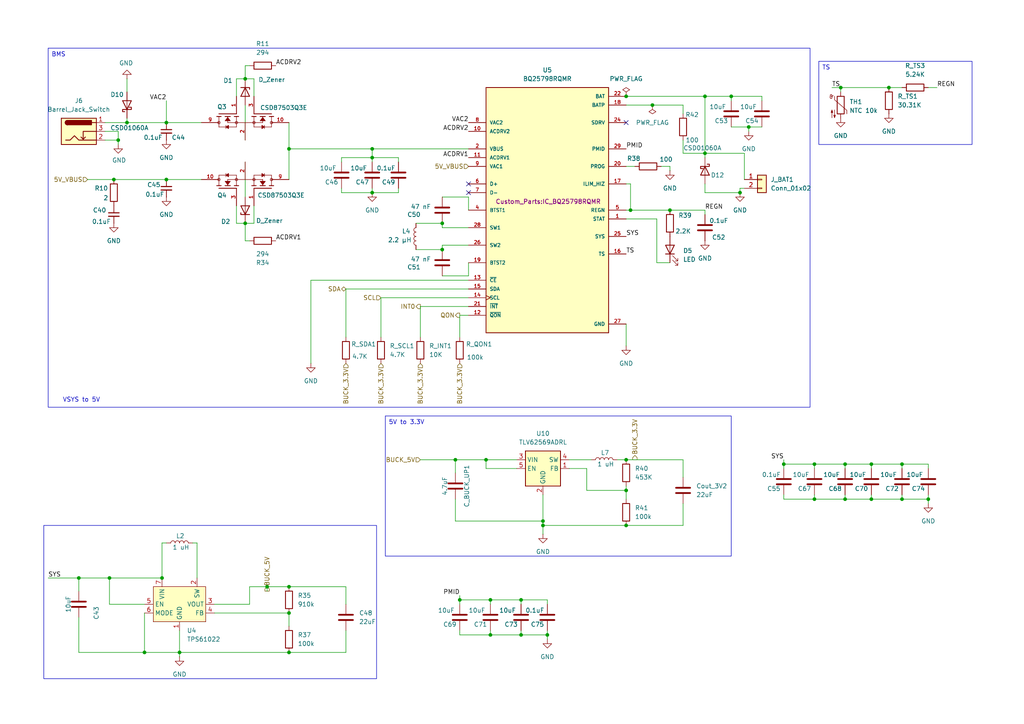
<source format=kicad_sch>
(kicad_sch (version 20250114) (generator "eeschema") (generator_version "9.0")
  (paper "A4")
  (lib_symbols
    (symbol "BQ25798RQMR:BQ25798RQMR" (pin_names (offset 1.016))
      (property "Reference" "U5" (at 0 40.64 0))
      (property "Value" "BQ25798RQMR" (at 0 38.1 0))
      (symbol "BQ25798RQMR_0_0"
        (pin input line (at -22.86 25.4 0) (length 5.08) (name "VAC2") (number "8"))
        (pin input line (at -22.86 22.86 0) (length 5.08) (name "ACDRV2") (number "10"))
        (pin input line (at -22.86 17.78 0) (length 5.08) (name "VBUS") (number "2"))
        (pin input line (at -22.86 17.78 0) (length 5.08) (hide yes) (name "VBUS") (number "3"))
        (pin input line (at -22.86 15.24 0) (length 5.08) (name "ACDRV1") (number "11"))
        (pin input line (at -22.86 12.7 0) (length 5.08) (name "VAC1") (number "9"))
        (pin bidirectional line (at -22.86 7.62 0) (length 5.08) (name "D+") (number "6"))
        (pin bidirectional line (at -22.86 5.08 0) (length 5.08) (name "D-") (number "7"))
        (pin input line (at -22.86 0 0) (length 5.08) (name "BTST1") (number "4"))
        (pin passive line (at -22.86 -5.08 0) (length 5.08) (name "SW1") (number "28"))
        (pin passive line (at -22.86 -10.16 0) (length 5.08) (name "SW2") (number "26"))
        (pin output line (at -22.86 -15.24 0) (length 5.08) (name "BTST2") (number "19"))
        (pin input line (at -22.86 -20.32 0) (length 5.08) (name "~{CE}") (number "13"))
        (pin bidirectional line (at -22.86 -22.86 0) (length 5.08) (name "SDA") (number "15"))
        (pin input clock (at -22.86 -25.4 0) (length 5.08) (name "SCL") (number "14"))
        (pin output line (at -22.86 -27.94 0) (length 5.08) (name "~{INT}") (number "21"))
        (pin input line (at -22.86 -30.48 0) (length 5.08) (name "~{QON}") (number "12"))
        (pin power_in line (at 22.86 33.02 180) (length 5.08) (name "BAT") (number "22"))
        (pin power_in line (at 22.86 33.02 180) (length 5.08) (hide yes) (name "BAT") (number "23"))
        (pin power_in line (at 22.86 30.48 180) (length 5.08) (name "BATP") (number "18"))
        (pin output line (at 22.86 25.4 180) (length 5.08) (name "SDRV") (number "24"))
        (pin passive line (at 22.86 17.78 180) (length 5.08) (name "PMID") (number "29"))
        (pin input line (at 22.86 12.7 180) (length 5.08) (name "PROG") (number "20"))
        (pin input line (at 22.86 7.62 180) (length 5.08) (name "ILIM_HIZ") (number "17"))
        (pin output line (at 22.86 0 180) (length 5.08) (name "REGN") (number "5"))
        (pin output line (at 22.86 -2.54 180) (length 5.08) (name "STAT") (number "1"))
        (pin input line (at 22.86 -12.7 180) (length 5.08) (name "TS") (number "16"))
        (pin power_in line (at 22.86 -33.02 180) (length 5.08) (name "GND") (number "27"))
      )
      (symbol "BQ25798RQMR_1_0"
        (pin power_out line (at 22.86 -7.62 180) (length 5.08) (name "SYS") (number "25"))
      )
    )
    (symbol "CSD87503Q3E:CSD87503Q3E" (pin_names (offset 1.016))
      (property "Reference" "Q" (at -13.97 2.54 0))
      (property "Value" "CSD87503Q3E" (at -13.97 -7.62 0))
      (symbol "CSD87503Q3E_0_0"
        (pin passive line (at -12.7 -2.54 0) (length 5.08) (name "~") (number "9"))
        (pin passive line (at -12.7 -2.54 0) (length 5.08) (hide yes) (name "~") (number "9.1"))
        (pin passive line (at -12.7 -2.54 0) (length 5.08) (hide yes) (name "~") (number "9.2"))
        (pin passive line (at -2.54 5.08 270) (length 5.08) (name "~") (number "1"))
        (pin passive line (at 0 -7.62 90) (length 5.08) (name "~") (number "2"))
        (pin passive line (at 0 -7.62 90) (length 5.08) (hide yes) (name "~") (number "4"))
        (pin passive line (at 2.54 5.08 270) (length 5.08) (name "~") (number "3"))
        (pin passive line (at 12.7 -2.54 180) (length 5.08) (name "~") (number "10"))
        (pin passive line (at 12.7 -2.54 180) (length 5.08) (hide yes) (name "~") (number "10.1"))
        (pin passive line (at 12.7 -2.54 180) (length 5.08) (hide yes) (name "~") (number "10.2"))
      )
    )
    (symbol "Connector:Barrel_Jack_Switch" (pin_names (hide yes))
      (property "Reference" "J" (at 0 5.334 0))
      (property "Value" "Barrel_Jack_Switch" (at 0 -5.08 0))
      (symbol "Barrel_Jack_Switch_1_1"
        (pin passive line (at 7.62 2.54 180) (length 2.54) (name "~") (number "1"))
        (pin passive line (at 7.62 0 180) (length 2.54) (name "~") (number "3"))
        (pin passive line (at 7.62 -2.54 180) (length 2.54) (name "~") (number "2"))
      )
    )
    (symbol "Connector_Generic:Conn_01x02" (pin_names (offset 1.016) (hide yes))
      (property "Reference" "J" (at 0 2.54 0))
      (property "Value" "Conn_01x02" (at 0 -5.08 0))
      (symbol "Conn_01x02_1_1"
        (pin passive line (at -5.08 0 0) (length 3.81) (name "Pin_1") (number "1"))
        (pin passive line (at -5.08 -2.54 0) (length 3.81) (name "Pin_2") (number "2"))
      )
    )
    (symbol "Converter_DCDC:TPS61022"
      (property "Reference" "U" (at 0 7.62 0))
      (property "Value" "TPS61022" (at 7.62 -7.62 0))
      (symbol "TPS61022_1_1"
        (pin input line (at -10.16 0 0) (length 2.54) (name "EN") (number "5"))
        (pin input line (at -10.16 -2.54 0) (length 2.54) (name "MODE") (number "6"))
        (pin power_in line (at -5.08 7.62 270) (length 2.54) (name "VIN") (number "7"))
        (pin power_in line (at 0 -7.62 90) (length 2.54) (name "GND") (number "1"))
        (pin input line (at 5.08 7.62 270) (length 2.54) (name "SW") (number "2"))
        (pin power_out line (at 10.16 0 180) (length 2.54) (name "VOUT") (number "3"))
        (pin input line (at 10.16 -2.54 180) (length 2.54) (name "FB") (number "4"))
      )
    )
    (symbol "Device:C" (pin_numbers (hide yes)) (pin_names (offset 0.254))
      (property "Reference" "C" (at 0.635 2.54 0))
      (property "Value" "C" (at 0.635 -2.54 0))
      (symbol "C_1_1"
        (pin passive line (at 0 3.81 270) (length 2.794) (name "~") (number "1"))
        (pin passive line (at 0 -3.81 90) (length 2.794) (name "~") (number "2"))
      )
    )
    (symbol "Device:C_Small" (pin_numbers (hide yes)) (pin_names (offset 0.254) (hide yes))
      (property "Reference" "C" (at 0.254 1.778 0))
      (property "Value" "C_Small" (at 0.254 -2.032 0))
      (symbol "C_Small_1_1"
        (pin passive line (at 0 2.54 270) (length 2.032) (name "~") (number "1"))
        (pin passive line (at 0 -2.54 90) (length 2.032) (name "~") (number "2"))
      )
    )
    (symbol "Device:D_Zener" (pin_numbers (hide yes)) (pin_names (offset 1.016) (hide yes))
      (property "Reference" "D" (at 0 2.54 0))
      (property "Value" "D_Zener" (at 0 -2.54 0))
      (symbol "D_Zener_1_1"
        (pin passive line (at -3.81 0 0) (length 2.54) (name "K") (number "1"))
        (pin passive line (at 3.81 0 180) (length 2.54) (name "A") (number "2"))
      )
    )
    (symbol "Device:L" (pin_numbers (hide yes)) (pin_names (offset 1.016) (hide yes))
      (property "Reference" "L" (at -1.27 0 90))
      (property "Value" "L" (at 1.905 0 90))
      (symbol "L_1_1"
        (pin passive line (at 0 3.81 270) (length 1.27) (name "1") (number "1"))
        (pin passive line (at 0 -3.81 90) (length 1.27) (name "2") (number "2"))
      )
    )
    (symbol "Device:LED" (pin_numbers (hide yes)) (pin_names (offset 1.016) (hide yes))
      (property "Reference" "D" (at 0 2.54 0))
      (property "Value" "LED" (at 0 -2.54 0))
      (symbol "LED_1_1"
        (pin passive line (at -3.81 0 0) (length 2.54) (name "K") (number "1"))
        (pin passive line (at 3.81 0 180) (length 2.54) (name "A") (number "2"))
      )
    )
    (symbol "Device:R" (pin_numbers (hide yes)) (pin_names (offset 0))
      (property "Reference" "R" (at 2.032 0 90))
      (property "Value" "R" (at 0 0 90))
      (symbol "R_1_1"
        (pin passive line (at 0 3.81 270) (length 1.27) (name "~") (number "1"))
        (pin passive line (at 0 -3.81 90) (length 1.27) (name "~") (number "2"))
      )
    )
    (symbol "Device:Thermistor_NTC" (pin_numbers (hide yes)) (pin_names (offset 0))
      (property "Reference" "TH" (at -4.445 0 90))
      (property "Value" "Thermistor_NTC" (at 3.175 0 90))
      (symbol "Thermistor_NTC_1_1"
        (pin passive line (at 0 3.81 270) (length 1.27) (name "~") (number "1"))
        (pin passive line (at 0 -3.81 90) (length 1.27) (name "~") (number "2"))
      )
    )
    (symbol "Diode:CSD01060A" (pin_numbers (hide yes)) (pin_names (offset 1.016) (hide yes))
      (property "Reference" "D" (at 0 2.54 0))
      (property "Value" "CSD01060A" (at 0 -2.54 0))
      (symbol "CSD01060A_1_1"
        (pin passive line (at -3.81 0 0) (length 2.54) (name "K") (number "1"))
        (pin passive line (at 3.81 0 180) (length 2.54) (name "A") (number "2"))
      )
    )
    (symbol "Regulator_Switching:TLV62569ADRL"
      (property "Reference" "U" (at -5.08 6.35 0))
      (property "Value" "TLV62569ADRL" (at 0 6.35 0))
      (symbol "TLV62569ADRL_1_1"
        (pin power_in line (at -7.62 2.54 0) (length 2.54) (name "VIN") (number "3"))
        (pin input line (at -7.62 0 0) (length 2.54) (name "EN") (number "5"))
        (pin power_in line (at 0 -7.62 90) (length 2.54) (name "GND") (number "2"))
        (pin no_connect line (at 5.08 -2.54 180) (length 2.54) (hide yes) (name "NC") (number "6"))
        (pin power_out line (at 7.62 2.54 180) (length 2.54) (name "SW") (number "4"))
        (pin input line (at 7.62 0 180) (length 2.54) (name "FB") (number "1"))
      )
    )
    (symbol "power:GND" (power) (pin_numbers (hide yes)) (pin_names (offset 0) (hide yes))
      (property "Value" "GND" (at 0 -3.81 0))
      (symbol "GND_1_1"
        (pin power_in line (at 0 0 270) (length 0) (name "~") (number "1"))
      )
    )
    (symbol "power:PWR_FLAG" (power) (pin_numbers (hide yes)) (pin_names (offset 0) (hide yes))
      (property "Value" "PWR_FLAG" (at 0 3.81 0))
      (symbol "PWR_FLAG_0_0"
        (pin power_out line (at 0 0 90) (length 0) (name "~") (number "1"))
      )
    )
  )
  (rectangle (start 12.7 152.4) (end 109.22 196.85))
  (text "VSYS to 5V\n" (at 23.622 116.078 0) (effects (font (size 1.27 1.27))))
  (text_box "TS" (at 237.49 17.78 0) (size 44.45 24.13) (margins 0.9525 0.9525 0.9525 0.9525) (effects (font (size 1.27 1.27)) (justify left top)))
  (text_box "BMS\n" (at 13.97 13.97 0) (size 220.98 104.14) (margins 0.9525 0.9525 0.9525 0.9525) (effects (font (size 1.27 1.27)) (justify left top)))
  (text_box "5V to 3.3V\n" (at 111.76 120.65 0) (size 100.33 40.64) (margins 0.9525 0.9525 0.9525 0.9525) (effects (font (size 1.27 1.27)) (justify left top)))
  (junction (at 52.07 189.23))
  (junction (at 204.47 27.94))
  (junction (at 22.86 167.64))
  (junction (at 107.95 55.88))
  (junction (at 107.95 43.18))
  (junction (at 83.82 43.18))
  (junction (at 48.26 35.56))
  (junction (at 252.73 144.78))
  (junction (at 236.22 144.78))
  (junction (at 132.08 133.35))
  (junction (at 31.75 167.64))
  (junction (at 227.33 134.62))
  (junction (at 142.24 173.99))
  (junction (at 212.09 27.94))
  (junction (at 140.97 133.35))
  (junction (at 182.88 60.96))
  (junction (at 83.82 189.23))
  (junction (at 33.02 52.07))
  (junction (at 189.23 30.48))
  (junction (at 107.95 45.72))
  (junction (at 261.62 144.78))
  (junction (at 181.61 133.35))
  (junction (at 181.61 142.24))
  (junction (at 77.47 170.18))
  (junction (at 157.48 152.4))
  (junction (at 46.99 167.64))
  (junction (at 194.31 60.96))
  (junction (at 236.22 134.62))
  (junction (at 151.13 184.15))
  (junction (at 245.11 144.78))
  (junction (at 217.17 36.83))
  (junction (at 41.91 189.23))
  (junction (at 214.63 55.88))
  (junction (at 34.29 40.64))
  (junction (at 71.12 22.86))
  (junction (at 36.83 35.56))
  (junction (at 269.24 144.78))
  (junction (at 181.61 152.4))
  (junction (at 71.12 64.77))
  (junction (at 83.82 177.8))
  (junction (at 142.24 184.15))
  (junction (at 128.27 64.77))
  (junction (at 243.84 25.4))
  (junction (at 128.27 72.39))
  (junction (at 257.81 25.4))
  (junction (at 252.73 134.62))
  (junction (at 151.13 173.99))
  (junction (at 83.82 170.18))
  (junction (at 48.26 52.07))
  (junction (at 245.11 134.62))
  (junction (at 157.48 151.13))
  (junction (at 261.62 134.62))
  (junction (at 133.35 173.99))
  (junction (at 181.61 27.94))
  (junction (at 204.47 44.45))
  (junction (at 158.75 184.15))
  (no_connect (at 181.61 35.56))
  (no_connect (at 135.89 53.34))
  (no_connect (at 135.89 55.88))
  (wire (pts (xy 71.12 22.86) (xy 71.12 19.05)))
  (wire (pts (xy 269.24 134.62) (xy 269.24 135.89)))
  (wire (pts (xy 128.27 71.12) (xy 135.89 71.12)))
  (wire (pts (xy 72.39 170.18) (xy 72.39 175.26)))
  (wire (pts (xy 83.82 43.18) (xy 107.95 43.18)))
  (wire (pts (xy 198.12 30.48) (xy 198.12 33.02)))
  (wire (pts (xy 132.08 151.13) (xy 157.48 151.13)))
  (wire (pts (xy 68.58 27.94) (xy 68.58 22.86)))
  (wire (pts (xy 133.35 184.15) (xy 142.24 184.15)))
  (wire (pts (xy 99.06 46.99) (xy 99.06 45.72)))
  (wire (pts (xy 30.48 38.1) (xy 34.29 38.1)))
  (wire (pts (xy 236.22 143.51) (xy 236.22 144.78)))
  (wire (pts (xy 190.5 63.5) (xy 181.61 63.5)))
  (wire (pts (xy 120.65 64.77) (xy 128.27 64.77)))
  (wire (pts (xy 133.35 91.44) (xy 135.89 91.44)))
  (wire (pts (xy 71.12 46.99) (xy 71.12 57.15)))
  (wire (pts (xy 158.75 173.99) (xy 158.75 175.26)))
  (wire (pts (xy 212.09 27.94) (xy 220.98 27.94)))
  (wire (pts (xy 71.12 30.48) (xy 71.12 40.64)))
  (wire (pts (xy 261.62 134.62) (xy 269.24 134.62)))
  (wire (pts (xy 132.08 144.78) (xy 132.08 151.13)))
  (wire (pts (xy 157.48 151.13) (xy 157.48 152.4)))
  (wire (pts (xy 269.24 25.4) (xy 271.78 25.4)))
  (wire (pts (xy 31.75 167.64) (xy 46.99 167.64)))
  (wire (pts (xy 182.88 60.96) (xy 194.31 60.96)))
  (wire (pts (xy 181.61 140.97) (xy 181.61 142.24)))
  (wire (pts (xy 243.84 25.4) (xy 243.84 26.67)))
  (wire (pts (xy 57.15 157.48) (xy 55.88 157.48)))
  (wire (pts (xy 72.39 175.26) (xy 62.23 175.26)))
  (wire (pts (xy 99.06 45.72) (xy 107.95 45.72)))
  (wire (pts (xy 181.61 142.24) (xy 181.61 144.78)))
  (wire (pts (xy 198.12 146.05) (xy 198.12 152.4)))
  (wire (pts (xy 182.88 53.34) (xy 182.88 60.96)))
  (wire (pts (xy 212.09 36.83) (xy 217.17 36.83)))
  (wire (pts (xy 189.23 30.48) (xy 198.12 30.48)))
  (wire (pts (xy 52.07 182.88) (xy 52.07 189.23)))
  (wire (pts (xy 128.27 64.77) (xy 128.27 66.04)))
  (wire (pts (xy 100.33 175.26) (xy 100.33 170.18)))
  (wire (pts (xy 133.35 175.26) (xy 133.35 173.99)))
  (wire (pts (xy 220.98 27.94) (xy 220.98 29.21)))
  (wire (pts (xy 198.12 44.45) (xy 204.47 44.45)))
  (wire (pts (xy 149.86 135.89) (xy 140.97 135.89)))
  (wire (pts (xy 90.17 81.28) (xy 90.17 105.41)))
  (wire (pts (xy 165.1 133.35) (xy 171.45 133.35)))
  (wire (pts (xy 252.73 134.62) (xy 261.62 134.62)))
  (wire (pts (xy 194.31 60.96) (xy 204.47 60.96)))
  (wire (pts (xy 215.9 54.61) (xy 214.63 54.61)))
  (wire (pts (xy 22.86 189.23) (xy 41.91 189.23)))
  (wire (pts (xy 25.4 52.07) (xy 33.02 52.07)))
  (wire (pts (xy 269.24 143.51) (xy 269.24 144.78)))
  (wire (pts (xy 142.24 184.15) (xy 151.13 184.15)))
  (wire (pts (xy 121.92 88.9) (xy 135.89 88.9)))
  (wire (pts (xy 261.62 143.51) (xy 261.62 144.78)))
  (wire (pts (xy 151.13 182.88) (xy 151.13 184.15)))
  (wire (pts (xy 142.24 173.99) (xy 151.13 173.99)))
  (wire (pts (xy 132.08 133.35) (xy 121.92 133.35)))
  (wire (pts (xy 73.66 22.86) (xy 71.12 22.86)))
  (wire (pts (xy 204.47 44.45) (xy 215.9 44.45)))
  (wire (pts (xy 36.83 22.86) (xy 36.83 26.67)))
  (wire (pts (xy 181.61 30.48) (xy 189.23 30.48)))
  (wire (pts (xy 133.35 172.72) (xy 133.35 173.99)))
  (wire (pts (xy 22.86 167.64) (xy 22.86 171.45)))
  (wire (pts (xy 121.92 88.9) (xy 121.92 97.79)))
  (wire (pts (xy 128.27 80.01) (xy 135.89 80.01)))
  (wire (pts (xy 198.12 138.43) (xy 198.12 133.35)))
  (wire (pts (xy 135.89 80.01) (xy 135.89 76.2)))
  (wire (pts (xy 71.12 64.77) (xy 71.12 69.85)))
  (wire (pts (xy 181.61 27.94) (xy 204.47 27.94)))
  (wire (pts (xy 120.65 72.39) (xy 128.27 72.39)))
  (wire (pts (xy 13.97 167.64) (xy 22.86 167.64)))
  (wire (pts (xy 261.62 134.62) (xy 261.62 135.89)))
  (wire (pts (xy 83.82 43.18) (xy 83.82 52.07)))
  (wire (pts (xy 83.82 35.56) (xy 83.82 43.18)))
  (wire (pts (xy 140.97 135.89) (xy 140.97 133.35)))
  (wire (pts (xy 48.26 35.56) (xy 58.42 35.56)))
  (wire (pts (xy 204.47 53.34) (xy 204.47 55.88)))
  (wire (pts (xy 165.1 135.89) (xy 170.18 135.89)))
  (wire (pts (xy 214.63 54.61) (xy 214.63 55.88)))
  (wire (pts (xy 99.06 54.61) (xy 99.06 55.88)))
  (wire (pts (xy 190.5 76.2) (xy 190.5 63.5)))
  (wire (pts (xy 68.58 64.77) (xy 71.12 64.77)))
  (wire (pts (xy 73.66 59.69) (xy 73.66 64.77)))
  (wire (pts (xy 36.83 35.56) (xy 48.26 35.56)))
  (wire (pts (xy 107.95 43.18) (xy 135.89 43.18)))
  (wire (pts (xy 181.61 152.4) (xy 157.48 152.4)))
  (wire (pts (xy 217.17 36.83) (xy 220.98 36.83)))
  (wire (pts (xy 182.88 60.96) (xy 181.61 60.96)))
  (wire (pts (xy 133.35 173.99) (xy 142.24 173.99)))
  (wire (pts (xy 30.48 35.56) (xy 36.83 35.56)))
  (wire (pts (xy 204.47 45.72) (xy 204.47 44.45)))
  (wire (pts (xy 245.11 144.78) (xy 252.73 144.78)))
  (wire (pts (xy 107.95 45.72) (xy 107.95 46.99)))
  (wire (pts (xy 212.09 27.94) (xy 212.09 29.21)))
  (wire (pts (xy 227.33 143.51) (xy 227.33 144.78)))
  (wire (pts (xy 217.17 36.83) (xy 217.17 38.1)))
  (wire (pts (xy 257.81 25.4) (xy 261.62 25.4)))
  (wire (pts (xy 115.57 45.72) (xy 115.57 46.99)))
  (wire (pts (xy 170.18 135.89) (xy 170.18 142.24)))
  (wire (pts (xy 107.95 55.88) (xy 115.57 55.88)))
  (wire (pts (xy 46.99 157.48) (xy 46.99 167.64)))
  (wire (pts (xy 133.35 182.88) (xy 133.35 184.15)))
  (wire (pts (xy 31.75 175.26) (xy 31.75 167.64)))
  (wire (pts (xy 107.95 54.61) (xy 107.95 55.88)))
  (wire (pts (xy 36.83 34.29) (xy 36.83 35.56)))
  (wire (pts (xy 110.49 86.36) (xy 110.49 97.79)))
  (wire (pts (xy 107.95 45.72) (xy 115.57 45.72)))
  (wire (pts (xy 157.48 143.51) (xy 157.48 151.13)))
  (wire (pts (xy 132.08 137.16) (xy 132.08 133.35)))
  (wire (pts (xy 135.89 81.28) (xy 90.17 81.28)))
  (wire (pts (xy 241.3 25.4) (xy 243.84 25.4)))
  (wire (pts (xy 77.47 170.18) (xy 83.82 170.18)))
  (wire (pts (xy 22.86 179.07) (xy 22.86 189.23)))
  (wire (pts (xy 181.61 53.34) (xy 182.88 53.34)))
  (wire (pts (xy 22.86 167.64) (xy 31.75 167.64)))
  (wire (pts (xy 48.26 29.21) (xy 48.26 35.56)))
  (wire (pts (xy 73.66 64.77) (xy 71.12 64.77)))
  (wire (pts (xy 236.22 134.62) (xy 236.22 135.89)))
  (wire (pts (xy 41.91 177.8) (xy 41.91 189.23)))
  (wire (pts (xy 133.35 97.79) (xy 133.35 91.44)))
  (wire (pts (xy 243.84 25.4) (xy 257.81 25.4)))
  (wire (pts (xy 227.33 133.35) (xy 227.33 134.62)))
  (wire (pts (xy 52.07 189.23) (xy 83.82 189.23)))
  (wire (pts (xy 227.33 134.62) (xy 236.22 134.62)))
  (wire (pts (xy 41.91 175.26) (xy 31.75 175.26)))
  (wire (pts (xy 245.11 143.51) (xy 245.11 144.78)))
  (wire (pts (xy 48.26 52.07) (xy 58.42 52.07)))
  (wire (pts (xy 227.33 144.78) (xy 236.22 144.78)))
  (wire (pts (xy 181.61 48.26) (xy 184.15 48.26)))
  (wire (pts (xy 73.66 27.94) (xy 73.66 22.86)))
  (wire (pts (xy 151.13 184.15) (xy 158.75 184.15)))
  (wire (pts (xy 204.47 55.88) (xy 214.63 55.88)))
  (wire (pts (xy 170.18 142.24) (xy 181.61 142.24)))
  (wire (pts (xy 269.24 144.78) (xy 269.24 146.05)))
  (wire (pts (xy 181.61 152.4) (xy 198.12 152.4)))
  (wire (pts (xy 71.12 69.85) (xy 72.39 69.85)))
  (wire (pts (xy 252.73 143.51) (xy 252.73 144.78)))
  (wire (pts (xy 100.33 189.23) (xy 83.82 189.23)))
  (wire (pts (xy 181.61 93.98) (xy 181.61 100.33)))
  (wire (pts (xy 204.47 60.96) (xy 204.47 62.23)))
  (wire (pts (xy 149.86 133.35) (xy 140.97 133.35)))
  (wire (pts (xy 215.9 44.45) (xy 215.9 52.07)))
  (wire (pts (xy 30.48 40.64) (xy 34.29 40.64)))
  (wire (pts (xy 99.06 55.88) (xy 107.95 55.88)))
  (wire (pts (xy 77.47 171.45) (xy 77.47 170.18)))
  (wire (pts (xy 236.22 144.78) (xy 245.11 144.78)))
  (wire (pts (xy 151.13 173.99) (xy 158.75 173.99)))
  (wire (pts (xy 227.33 135.89) (xy 227.33 134.62)))
  (wire (pts (xy 158.75 182.88) (xy 158.75 184.15)))
  (wire (pts (xy 252.73 134.62) (xy 252.73 135.89)))
  (wire (pts (xy 57.15 167.64) (xy 57.15 157.48)))
  (wire (pts (xy 158.75 184.15) (xy 158.75 185.42)))
  (wire (pts (xy 198.12 40.64) (xy 198.12 44.45)))
  (wire (pts (xy 33.02 52.07) (xy 48.26 52.07)))
  (wire (pts (xy 236.22 134.62) (xy 245.11 134.62)))
  (wire (pts (xy 83.82 177.8) (xy 83.82 181.61)))
  (wire (pts (xy 41.91 189.23) (xy 52.07 189.23)))
  (wire (pts (xy 204.47 27.94) (xy 212.09 27.94)))
  (wire (pts (xy 204.47 27.94) (xy 204.47 44.45)))
  (wire (pts (xy 52.07 189.23) (xy 52.07 190.5)))
  (wire (pts (xy 128.27 66.04) (xy 135.89 66.04)))
  (wire (pts (xy 34.29 40.64) (xy 34.29 41.91)))
  (wire (pts (xy 191.77 48.26) (xy 194.31 48.26)))
  (wire (pts (xy 71.12 19.05) (xy 72.39 19.05)))
  (wire (pts (xy 194.31 76.2) (xy 190.5 76.2)))
  (wire (pts (xy 135.89 57.15) (xy 135.89 60.96)))
  (wire (pts (xy 245.11 134.62) (xy 245.11 135.89)))
  (wire (pts (xy 135.89 83.82) (xy 100.33 83.82)))
  (wire (pts (xy 68.58 22.86) (xy 71.12 22.86)))
  (wire (pts (xy 179.07 133.35) (xy 181.61 133.35)))
  (wire (pts (xy 128.27 72.39) (xy 128.27 71.12)))
  (wire (pts (xy 110.49 86.36) (xy 135.89 86.36)))
  (wire (pts (xy 100.33 170.18) (xy 83.82 170.18)))
  (wire (pts (xy 100.33 182.88) (xy 100.33 189.23)))
  (wire (pts (xy 252.73 144.78) (xy 261.62 144.78)))
  (wire (pts (xy 34.29 38.1) (xy 34.29 40.64)))
  (wire (pts (xy 48.26 157.48) (xy 46.99 157.48)))
  (wire (pts (xy 261.62 144.78) (xy 269.24 144.78)))
  (wire (pts (xy 115.57 55.88) (xy 115.57 54.61)))
  (wire (pts (xy 62.23 177.8) (xy 83.82 177.8)))
  (wire (pts (xy 198.12 133.35) (xy 181.61 133.35)))
  (wire (pts (xy 245.11 134.62) (xy 252.73 134.62)))
  (wire (pts (xy 142.24 173.99) (xy 142.24 175.26)))
  (wire (pts (xy 100.33 83.82) (xy 100.33 97.79)))
  (wire (pts (xy 128.27 57.15) (xy 135.89 57.15)))
  (wire (pts (xy 151.13 173.99) (xy 151.13 175.26)))
  (wire (pts (xy 68.58 59.69) (xy 68.58 64.77)))
  (wire (pts (xy 107.95 43.18) (xy 107.95 45.72)))
  (wire (pts (xy 72.39 170.18) (xy 77.47 170.18)))
  (wire (pts (xy 142.24 182.88) (xy 142.24 184.15)))
  (wire (pts (xy 157.48 152.4) (xy 157.48 154.94)))
  (wire (pts (xy 140.97 133.35) (xy 132.08 133.35)))
  (wire (pts (xy 194.31 48.26) (xy 194.31 49.53)))
  (label "SYS" (at 13.97 167.64 0))
  (label "SYS" (at 227.33 133.35 180))
  (label "ACDRV2" (at 80.01 19.05 0))
  (label "TS" (at 241.3 25.4 0))
  (label "TS" (at 181.61 73.66 0))
  (label "REGN" (at 204.47 60.96 0))
  (label "PMID" (at 133.35 172.72 180))
  (label "PMID" (at 181.61 43.18 0))
  (label "SYS" (at 181.61 68.58 0))
  (label "ACDRV1" (at 80.01 69.85 0))
  (label "ACDRV2" (at 135.89 38.1 180))
  (label "REGN" (at 271.78 25.4 0))
  (label "VAC2" (at 48.26 29.21 180))
  (label "VAC2" (at 135.89 35.56 180))
  (label "ACDRV1" (at 135.89 45.72 180))
  (hierarchical_label "BUCK_5V" (shape input) (at 121.92 133.35 180))
  (hierarchical_label "BUCK_3.3V" (shape output) (at 184.15 133.35 90))
  (hierarchical_label "INT0" (shape output) (at 121.92 88.9 180))
  (hierarchical_label "QON" (shape output) (at 133.35 91.44 180))
  (hierarchical_label "5V_VBUS" (shape input) (at 25.4 52.07 180))
  (hierarchical_label "SCL" (shape input) (at 110.49 86.36 180))
  (hierarchical_label "BUCK_3.3V" (shape input) (at 100.33 105.41 270))
  (hierarchical_label "BUCK_3.3V" (shape input) (at 110.49 105.41 270))
  (hierarchical_label "SDA" (shape bidirectional) (at 100.33 83.82 180))
  (hierarchical_label "BUCK_3.3V" (shape input) (at 121.92 105.41 270))
  (hierarchical_label "BUCK_5V" (shape output) (at 77.47 171.45 90))
  (hierarchical_label "5V_VBUS" (shape input) (at 135.89 48.26 180))
  (hierarchical_label "BUCK_3.3V" (shape input) (at 133.35 105.41 270))
  (symbol (lib_id "Device:C") (at 212.09 33.02 0) (mirror y) (unit 1)
    (property "Reference" "C53" (at 207.264 35.052 0) (effects (justify right)))
    (property "Value" "10uF" (at 205.74 30.988 0) (effects (justify right)))
    (property "Footprint" "Capacitor_SMD:C_0402_1005Metric" (effects (hide yes)))
    (property "Description" "Unpolarized capacitor" (effects (hide yes)))
  )
  (symbol (lib_id "Device:C_Small") (at 48.26 38.1 0) (unit 1)
    (property "Reference" "C44" (at 49.784 39.878 0) (effects (justify left)))
    (property "Value" "0.1uF" (at 41.656 39.878 0) (effects (justify left)))
    (property "Footprint" "Capacitor_SMD:C_0402_1005Metric" (effects (hide yes)))
    (property "Description" "Unpolarized capacitor, small symbol" (effects (hide yes)))
  )
  (symbol (lib_id "power:GND") (at 48.26 57.15 0) (unit 1)
    (property "Reference" "#PWR037" (effects (hide yes)))
    (property "Value" "GND" (at 48.26 62.23 0))
    (property "Description" "Power symbol creates a global label with name \"GND\" , ground" (effects (hide yes)))
  )
  (symbol (lib_id "Regulator_Switching:TLV62569ADRL") (at 157.48 135.89 0) (unit 1)
    (property "Reference" "U10" (at 157.48 125.73 0))
    (property "Value" "TLV62569ADRL" (at 157.48 128.27 0))
    (property "Footprint" "Package_TO_SOT_SMD:SOT-563" (effects (hide yes)))
    (property "Datasheet" "https://www.ti.com/lit/gpn/tlv62569a" (effects (hide yes)))
    (property "Description" "High Efficiency Synchronous Buck Converter with forced PWM, Adjustable Output 0.6V-5.5V, 2A, SOT-563-6" (effects (hide yes)))
  )
  (symbol (lib_id "Device:C_Small") (at 33.02 62.23 0) (unit 1)
    (property "Reference" "C40" (at 26.924 60.96 0) (effects (justify left)))
    (property "Value" "0.1uF" (at 26.67 64.262 0) (effects (justify left)))
    (property "Footprint" "Capacitor_SMD:C_0402_1005Metric" (effects (hide yes)))
    (property "Description" "Unpolarized capacitor, small symbol" (effects (hide yes)))
  )
  (symbol (lib_id "Device:R") (at 194.31 64.77 180) (unit 1)
    (property "Reference" "R39" (at 200.66 62.484 0) (effects (justify left)))
    (property "Value" "2.2K" (at 200.406 67.056 0) (effects (justify left)))
    (property "Footprint" "Resistor_SMD:R_0805_2012Metric" (effects (hide yes)))
    (property "Description" "Resistor" (effects (hide yes)))
  )
  (symbol (lib_id "Device:R") (at 198.12 36.83 180) (unit 1)
    (property "Reference" "R42" (at 202.692 33.274 0) (effects (justify left)))
    (property "Value" "100" (at 202.692 40.64 0) (effects (justify left)))
    (property "Footprint" "Resistor_SMD:R_0805_2012Metric" (effects (hide yes)))
    (property "Description" "Resistor" (effects (hide yes)))
  )
  (symbol (lib_id "Device:C") (at 261.62 139.7 0) (mirror y) (unit 1)
    (property "Reference" "C72" (at 256.794 141.732 0) (effects (justify right)))
    (property "Value" "10uF" (at 255.27 137.668 0) (effects (justify right)))
    (property "Footprint" "Capacitor_SMD:C_0402_1005Metric" (effects (hide yes)))
    (property "Description" "Unpolarized capacitor" (effects (hide yes)))
  )
  (symbol (lib_id "Converter_DCDC:TPS61022") (at 52.07 175.26 0) (unit 1)
    (property "Reference" "U4" (at 54.2133 182.88 0) (effects (justify left)))
    (property "Value" "TPS61022" (at 54.2133 185.42 0) (effects (justify left)))
    (property "Footprint" "Package_DFN_QFN:Texas_RWU0007A_VQFN-7_2x2mm_P0.5mm" (effects (hide yes)))
    (property "Datasheet" "https://www.ti.com/lit/ds/symlink/tps61022.pdf" (effects (hide yes)))
    (property "Description" "8A Boost Converter, 0.5-5.5 V input, 2.2-5.5V output, Texas RWU0007A VQFN-7" (effects (hide yes)))
  )
  (symbol (lib_id "power:GND") (at 36.83 22.86 180) (unit 1)
    (property "Reference" "#PWR027" (effects (hide yes)))
    (property "Value" "GND" (at 36.576 18.288 0))
    (property "Description" "Power symbol creates a global label with name \"GND\" , ground" (effects (hide yes)))
  )
  (symbol (lib_id "Device:C") (at 252.73 139.7 0) (mirror y) (unit 1)
    (property "Reference" "C70" (at 247.904 141.732 0) (effects (justify right)))
    (property "Value" "10uF" (at 246.38 137.668 0) (effects (justify right)))
    (property "Footprint" "Capacitor_SMD:C_0402_1005Metric" (effects (hide yes)))
    (property "Description" "Unpolarized capacitor" (effects (hide yes)))
  )
  (symbol (lib_id "power:GND") (at 107.95 55.88 0) (unit 1)
    (property "Reference" "#PWR040" (effects (hide yes)))
    (property "Value" "GND" (at 107.95 60.96 0))
    (property "Description" "Power symbol creates a global label with name \"GND\" , ground" (effects (hide yes)))
  )
  (symbol (lib_id "power:GND") (at 158.75 185.42 0) (unit 1)
    (property "Reference" "#PWR059" (effects (hide yes)))
    (property "Value" "GND" (at 158.75 190.5 0))
    (property "Description" "Power symbol creates a global label with name \"GND\" , ground" (effects (hide yes)))
  )
  (symbol (lib_id "Device:C") (at 99.06 50.8 0) (mirror y) (unit 1)
    (property "Reference" "C46" (at 94.234 52.832 0) (effects (justify right)))
    (property "Value" "10uF" (at 92.71 48.768 0) (effects (justify right)))
    (property "Footprint" "Capacitor_SMD:C_0402_1005Metric" (effects (hide yes)))
    (property "Description" "Unpolarized capacitor" (effects (hide yes)))
  )
  (symbol (lib_id "Device:C") (at 107.95 50.8 0) (mirror y) (unit 1)
    (property "Reference" "C47" (at 103.124 52.832 0) (effects (justify right)))
    (property "Value" "10uF" (at 101.6 48.768 0) (effects (justify right)))
    (property "Footprint" "Capacitor_SMD:C_0402_1005Metric" (effects (hide yes)))
    (property "Description" "Unpolarized capacitor" (effects (hide yes)))
  )
  (symbol (lib_id "power:GND") (at 214.63 55.88 0) (unit 1)
    (property "Reference" "#PWR054" (effects (hide yes)))
    (property "Value" "GND" (at 214.63 60.96 0))
    (property "Description" "Power symbol creates a global label with name \"GND\" , ground" (effects (hide yes)))
  )
  (symbol (lib_id "power:GND") (at 257.81 33.02 0) (unit 1)
    (property "Reference" "#PWR057" (effects (hide yes)))
    (property "Value" "GND" (at 257.81 38.1 0))
    (property "Description" "Power symbol creates a global label with name \"GND\" , ground" (effects (hide yes)))
  )
  (symbol (lib_id "power:PWR_FLAG") (at 181.61 27.94 0) (unit 1)
    (property "Reference" "#FLG0102" (effects (hide yes)))
    (property "Value" "PWR_FLAG" (at 181.61 22.86 0))
    (property "Description" "Special symbol for telling ERC where power comes from" (effects (hide yes)))
  )
  (symbol (lib_id "CSD87503Q3E:CSD87503Q3E") (at 71.12 33.02 0) (unit 1)
    (property "Reference" "Q3" (at 62.992 30.988 0) (effects (justify left)))
    (property "Value" "CSD87503Q3E" (at 75.438 31.242 0) (effects (justify left)))
    (property "Footprint" "Custom_Parts:TRANS_CSD87503Q3E" (effects (hide yes)))
    (property "MF" "Texas Instruments" (effects (hide yes)))
    (property "MAXIMUM_PACKAGE_HEIGHT" "1mm" (effects (hide yes)))
    (property "Package" "VSON-8 Texas Instruments" (effects (hide yes)))
    (property "Price" "None" (effects (hide yes)))
    (property "Check_prices" "https://www.snapeda.com/parts/CSD87503Q3E/Texas+Instruments/view-part/?ref=eda" (effects (hide yes)))
    (property "STANDARD" "Manufacturer Recommendations" (effects (hide yes)))
    (property "PARTREV" "SEPTEMBER 2017" (effects (hide yes)))
    (property "SnapEDA_Link" "https://www.snapeda.com/parts/CSD87503Q3E/Texas+Instruments/view-part/?ref=snap" (effects (hide yes)))
    (property "MP" "CSD87503Q3E" (effects (hide yes)))
    (property "Description_1" "30-V, N channel NexFET™ power MOSFET, dual common source SON 3 mm x 3 mm, 21.9 mOhm" (effects (hide yes)))
    (property "Availability" "In Stock" (effects (hide yes)))
    (property "MANUFACTURER" "Texas Instruments" (effects (hide yes)))
  )
  (symbol (lib_id "Device:C") (at 132.08 140.97 0) (unit 1)
    (property "Reference" "C_BUCK_UP1" (at 135.382 140.97 90))
    (property "Value" "4.7uF" (at 129.032 140.97 90))
    (property "Footprint" "Capacitor_SMD:C_0603_1608Metric" (effects (hide yes)))
    (property "Description" "Unpolarized capacitor" (effects (hide yes)))
  )
  (symbol (lib_id "Device:R") (at 76.2 69.85 270) (unit 1)
    (property "Reference" "R34" (at 76.2 76.2 90))
    (property "Value" "294" (at 76.2 73.66 90))
    (property "Footprint" "Resistor_SMD:R_0805_2012Metric" (effects (hide yes)))
    (property "Description" "Resistor" (effects (hide yes)))
  )
  (symbol (lib_id "Device:R") (at 83.82 173.99 0) (unit 1)
    (property "Reference" "R35" (at 86.36 172.7199 0) (effects (justify left)))
    (property "Value" "910k" (at 86.36 175.2599 0) (effects (justify left)))
    (property "Footprint" "Resistor_SMD:R_0805_2012Metric" (effects (hide yes)))
    (property "Description" "Resistor" (effects (hide yes)))
  )
  (symbol (lib_id "Device:C") (at 245.11 139.7 0) (mirror y) (unit 1)
    (property "Reference" "C68" (at 240.284 141.732 0) (effects (justify right)))
    (property "Value" "10uF" (at 238.76 137.668 0) (effects (justify right)))
    (property "Footprint" "Capacitor_SMD:C_0402_1005Metric" (effects (hide yes)))
    (property "Description" "Unpolarized capacitor" (effects (hide yes)))
  )
  (symbol (lib_id "power:GND") (at 194.31 49.53 0) (unit 1)
    (property "Reference" "#PWR043" (effects (hide yes)))
    (property "Value" "GND" (at 194.31 54.61 0))
    (property "Description" "Power symbol creates a global label with name \"GND\" , ground" (effects (hide yes)))
  )
  (symbol (lib_id "Device:R") (at 33.02 55.88 0) (unit 1)
    (property "Reference" "R10" (at 27.432 54.61 0) (effects (justify left)))
    (property "Value" "2" (at 29.972 57.404 0) (effects (justify left)))
    (property "Footprint" "Resistor_SMD:R_0805_2012Metric" (effects (hide yes)))
    (property "Description" "Resistor" (effects (hide yes)))
  )
  (symbol (lib_id "Device:R") (at 181.61 148.59 0) (unit 1)
    (property "Reference" "R41" (at 184.15 147.3199 0) (effects (justify left)))
    (property "Value" "100k" (at 184.15 149.8599 0) (effects (justify left)))
    (property "Footprint" "Resistor_SMD:R_0805_2012Metric" (effects (hide yes)))
    (property "Description" "Resistor" (effects (hide yes)))
  )
  (symbol (lib_id "Diode:CSD01060A") (at 204.47 49.53 270) (unit 1)
    (property "Reference" "D12" (at 210.058 50.8 90) (effects (justify right)))
    (property "Value" "CSD01060A" (at 209.296 42.926 90) (effects (justify right)))
    (property "Footprint" "Package_TO_SOT_THT:TO-220-2_Vertical" (effects (hide yes)))
    (property "Datasheet" "https://www.wolfspeed.com/media/downloads/87/CSD01060.pdf" (effects (hide yes)))
    (property "Description" "600V, 1A, SiC Schottky Diode, TO-220" (effects (hide yes)))
  )
  (symbol (lib_id "Device:C") (at 220.98 33.02 0) (mirror y) (unit 1)
    (property "Reference" "C54" (at 216.154 35.052 0) (effects (justify right)))
    (property "Value" "10uF" (at 214.63 30.988 0) (effects (justify right)))
    (property "Footprint" "Capacitor_SMD:C_0402_1005Metric" (effects (hide yes)))
    (property "Description" "Unpolarized capacitor" (effects (hide yes)))
  )
  (symbol (lib_id "Device:R") (at 83.82 185.42 0) (unit 1)
    (property "Reference" "R37" (at 86.36 184.1499 0) (effects (justify left)))
    (property "Value" "100k" (at 86.36 186.6899 0) (effects (justify left)))
    (property "Footprint" "Resistor_SMD:R_0805_2012Metric" (effects (hide yes)))
    (property "Description" "Resistor" (effects (hide yes)))
  )
  (symbol (lib_id "Device:R") (at 100.33 101.6 0) (unit 1)
    (property "Reference" "R_SDA1" (at 101.854 99.822 0) (effects (justify left)))
    (property "Value" "4.7K" (at 102.108 103.378 0) (effects (justify left)))
    (property "Footprint" "Resistor_SMD:R_0805_2012Metric" (effects (hide yes)))
    (property "Description" "Resistor" (effects (hide yes)))
  )
  (symbol (lib_id "Device:R") (at 257.81 29.21 0) (unit 1)
    (property "Reference" "R_TS1" (at 260.35 27.9399 0) (effects (justify left)))
    (property "Value" "30.31K" (at 260.35 30.4799 0) (effects (justify left)))
    (property "Footprint" "Resistor_SMD:R_0805_2012Metric" (effects (hide yes)))
    (property "Description" "Resistor" (effects (hide yes)))
  )
  (symbol (lib_id "Device:R") (at 121.92 101.6 0) (unit 1)
    (property "Reference" "R_INT1" (at 124.46 100.3299 0) (effects (justify left)))
    (property "Value" "10K" (at 124.46 102.8699 0) (effects (justify left)))
    (property "Footprint" "Resistor_SMD:R_0805_2012Metric" (effects (hide yes)))
    (property "Description" "Resistor" (effects (hide yes)))
  )
  (symbol (lib_id "power:GND") (at 243.84 34.29 0) (unit 1)
    (property "Reference" "#PWR056" (effects (hide yes)))
    (property "Value" "GND" (at 243.84 39.37 0))
    (property "Description" "Power symbol creates a global label with name \"GND\" , ground" (effects (hide yes)))
  )
  (symbol (lib_id "CSD87503Q3E:CSD87503Q3E") (at 71.12 54.61 180) (unit 1)
    (property "Reference" "Q4" (at 65.786 56.642 0) (effects (justify left)))
    (property "Value" "CSD87503Q3E" (at 88.392 56.642 0) (effects (justify left)))
    (property "Footprint" "Custom_Parts:TRANS_CSD87503Q3E" (effects (hide yes)))
    (property "MF" "Texas Instruments" (effects (hide yes)))
    (property "MAXIMUM_PACKAGE_HEIGHT" "1mm" (effects (hide yes)))
    (property "Package" "VSON-8 Texas Instruments" (effects (hide yes)))
    (property "Price" "None" (effects (hide yes)))
    (property "Check_prices" "https://www.snapeda.com/parts/CSD87503Q3E/Texas+Instruments/view-part/?ref=eda" (effects (hide yes)))
    (property "STANDARD" "Manufacturer Recommendations" (effects (hide yes)))
    (property "PARTREV" "SEPTEMBER 2017" (effects (hide yes)))
    (property "SnapEDA_Link" "https://www.snapeda.com/parts/CSD87503Q3E/Texas+Instruments/view-part/?ref=snap" (effects (hide yes)))
    (property "MP" "CSD87503Q3E" (effects (hide yes)))
    (property "Description_1" "30-V, N channel NexFET™ power MOSFET, dual common source SON 3 mm x 3 mm, 21.9 mOhm" (effects (hide yes)))
    (property "Availability" "In Stock" (effects (hide yes)))
    (property "MANUFACTURER" "Texas Instruments" (effects (hide yes)))
  )
  (symbol (lib_id "Device:C") (at 128.27 76.2 0) (mirror y) (unit 1)
    (property "Reference" "C51" (at 118.11 77.47 0) (effects (justify right)))
    (property "Value" "47 nF" (at 119.126 75.184 0) (effects (justify right)))
    (property "Footprint" "Capacitor_SMD:C_0402_1005Metric" (effects (hide yes)))
    (property "Description" "Unpolarized capacitor" (effects (hide yes)))
  )
  (symbol (lib_id "Device:C") (at 22.86 175.26 0) (unit 1)
    (property "Reference" "C43" (at 27.94 177.8 90))
    (property "Value" "10uF" (at 19.812 175.26 90))
    (property "Footprint" "Capacitor_SMD:C_0603_1608Metric" (effects (hide yes)))
    (property "Description" "Unpolarized capacitor" (effects (hide yes)))
  )
  (symbol (lib_id "BQ25798RQMR:BQ25798RQMR") (at 158.75 60.96 0) (unit 1)
    (property "Reference" "U5" (at 158.75 20.32 0))
    (property "Value" "BQ25798RQMR" (at 158.75 22.86 0))
    (property "Footprint" "Custom_Parts:IC_BQ25798RQMR" (at 159.004 59.182 0) (effects (justify bottom)))
    (property "MF" "Texas Instruments" (effects (hide yes)))
    (property "MAXIMUM_PACKAGE_HEIGHT" "1.0mm" (effects (hide yes)))
    (property "Package" "VFQFN-29 Texas Instruments" (effects (hide yes)))
    (property "Price" "None" (effects (hide yes)))
    (property "Check_prices" "https://www.snapeda.com/parts/BQ25798RQMR/Texas+Instruments/view-part/?ref=eda" (effects (hide yes)))
    (property "STANDARD" "Manufacturer Recommendations" (effects (hide yes)))
    (property "PARTREV" "B" (effects (hide yes)))
    (property "SnapEDA_Link" "https://www.snapeda.com/parts/BQ25798RQMR/Texas+Instruments/view-part/?ref=snap" (effects (hide yes)))
    (property "MP" "BQ25798RQMR" (effects (hide yes)))
    (property "Description_1" "I²C controlled, 1-4-cell, 5-A buck-boost solar battery charger with dual-input selector and MPPT" (effects (hide yes)))
    (property "MANUFACTURER" "Texas Instruments" (effects (hide yes)))
    (property "Availability" "In Stock" (effects (hide yes)))
    (property "SNAPEDA_PN" "BQ25798RQMR" (effects (hide yes)))
  )
  (symbol (lib_id "Device:C") (at 100.33 179.07 0) (unit 1)
    (property "Reference" "C48" (at 104.14 177.7999 0) (effects (justify left)))
    (property "Value" "22uF" (at 104.14 180.3399 0) (effects (justify left)))
    (property "Footprint" "Capacitor_SMD:C_0603_1608Metric" (effects (hide yes)))
    (property "Description" "Unpolarized capacitor" (effects (hide yes)))
  )
  (symbol (lib_id "power:GND") (at 90.17 105.41 0) (unit 1)
    (property "Reference" "#PWR039" (effects (hide yes)))
    (property "Value" "GND" (at 90.17 110.49 0))
    (property "Description" "Power symbol creates a global label with name \"GND\" , ground" (effects (hide yes)))
  )
  (symbol (lib_id "power:GND") (at 204.47 69.85 0) (unit 1)
    (property "Reference" "#PWR053" (effects (hide yes)))
    (property "Value" "GND" (at 204.47 74.93 0))
    (property "Description" "Power symbol creates a global label with name \"GND\" , ground" (effects (hide yes)))
  )
  (symbol (lib_id "Device:C") (at 198.12 142.24 0) (unit 1)
    (property "Reference" "Cout_3V2" (at 201.93 140.9699 0) (effects (justify left)))
    (property "Value" "22uF" (at 201.93 143.5099 0) (effects (justify left)))
    (property "Footprint" "Capacitor_SMD:C_0603_1608Metric" (effects (hide yes)))
    (property "Description" "Unpolarized capacitor" (effects (hide yes)))
  )
  (symbol (lib_id "Device:C") (at 128.27 60.96 0) (mirror y) (unit 1)
    (property "Reference" "C50" (at 118.11 62.23 0) (effects (justify right)))
    (property "Value" "47 nF" (at 119.126 59.944 0) (effects (justify right)))
    (property "Footprint" "Capacitor_SMD:C_0402_1005Metric" (effects (hide yes)))
    (property "Description" "Unpolarized capacitor" (effects (hide yes)))
  )
  (symbol (lib_id "Device:C") (at 151.13 179.07 0) (mirror y) (unit 1)
    (property "Reference" "C73" (at 146.304 181.102 0) (effects (justify right)))
    (property "Value" "10uF" (at 144.78 177.038 0) (effects (justify right)))
    (property "Footprint" "Capacitor_SMD:C_0402_1005Metric" (effects (hide yes)))
    (property "Description" "Unpolarized capacitor" (effects (hide yes)))
  )
  (symbol (lib_id "Device:C") (at 158.75 179.07 0) (mirror y) (unit 1)
    (property "Reference" "C75" (at 153.924 181.102 0) (effects (justify right)))
    (property "Value" "0.1uF" (at 152.4 177.038 0) (effects (justify right)))
    (property "Footprint" "Capacitor_SMD:C_0402_1005Metric" (effects (hide yes)))
    (property "Description" "Unpolarized capacitor" (effects (hide yes)))
  )
  (symbol (lib_id "Device:C") (at 115.57 50.8 0) (mirror y) (unit 1)
    (property "Reference" "C49" (at 110.744 52.832 0) (effects (justify right)))
    (property "Value" "0.1uF" (at 109.22 48.768 0) (effects (justify right)))
    (property "Footprint" "Capacitor_SMD:C_0402_1005Metric" (effects (hide yes)))
    (property "Description" "Unpolarized capacitor" (effects (hide yes)))
  )
  (symbol (lib_id "power:GND") (at 181.61 100.33 0) (unit 1)
    (property "Reference" "#PWR042" (effects (hide yes)))
    (property "Value" "GND" (at 181.61 105.41 0))
    (property "Description" "Power symbol creates a global label with name \"GND\" , ground" (effects (hide yes)))
  )
  (symbol (lib_id "Device:C") (at 236.22 139.7 0) (mirror y) (unit 1)
    (property "Reference" "C67" (at 231.394 141.732 0) (effects (justify right)))
    (property "Value" "10uF" (at 229.87 137.668 0) (effects (justify right)))
    (property "Footprint" "Capacitor_SMD:C_0402_1005Metric" (effects (hide yes)))
    (property "Description" "Unpolarized capacitor" (effects (hide yes)))
  )
  (symbol (lib_id "Device:C") (at 204.47 66.04 0) (mirror y) (unit 1)
    (property "Reference" "C52" (at 206.502 68.834 0) (effects (justify right)))
    (property "Value" "0.1uF" (at 205.74 64.008 0) (effects (justify right)))
    (property "Footprint" "Capacitor_SMD:C_0402_1005Metric" (effects (hide yes)))
    (property "Description" "Unpolarized capacitor" (effects (hide yes)))
  )
  (symbol (lib_id "Device:C") (at 142.24 179.07 0) (mirror y) (unit 1)
    (property "Reference" "C71" (at 137.414 181.102 0) (effects (justify right)))
    (property "Value" "10uF" (at 135.89 177.038 0) (effects (justify right)))
    (property "Footprint" "Capacitor_SMD:C_0402_1005Metric" (effects (hide yes)))
    (property "Description" "Unpolarized capacitor" (effects (hide yes)))
  )
  (symbol (lib_id "Device:L") (at 120.65 68.58 180) (unit 1)
    (property "Reference" "L4" (at 116.586 67.056 0) (effects (justify right)))
    (property "Value" "2.2 µH" (at 112.522 69.596 0) (effects (justify right)))
    (property "Footprint" "Inductor_SMD:L_7.3x7.3_H3.5" (effects (hide yes)))
    (property "Description" "Inductor" (effects (hide yes)))
  )
  (symbol (lib_id "power:GND") (at 34.29 41.91 0) (unit 1)
    (property "Reference" "#PWR033" (effects (hide yes)))
    (property "Value" "GND" (at 34.544 46.482 0))
    (property "Description" "Power symbol creates a global label with name \"GND\" , ground" (effects (hide yes)))
  )
  (symbol (lib_id "Device:L") (at 52.07 157.48 90) (unit 1)
    (property "Reference" "L2" (at 51.054 155.448 90) (effects (justify right)))
    (property "Value" "1 uH" (at 50.038 158.75 90) (effects (justify right)))
    (property "Footprint" "Inductor_SMD:L_7.3x7.3_H3.5" (effects (hide yes)))
    (property "Description" "Inductor" (effects (hide yes)))
  )
  (symbol (lib_id "power:GND") (at 217.17 38.1 0) (unit 1)
    (property "Reference" "#PWR055" (effects (hide yes)))
    (property "Value" "GND" (at 217.17 43.18 0))
    (property "Description" "Power symbol creates a global label with name \"GND\" , ground" (effects (hide yes)))
  )
  (symbol (lib_id "Connector_Generic:Conn_01x02") (at 220.98 52.07 0) (unit 1)
    (property "Reference" "J_BAT1" (at 223.52 52.0699 0) (effects (justify left)))
    (property "Value" "Conn_01x02" (at 223.52 54.6099 0) (effects (justify left)))
    (property "Footprint" "Connector_PinHeader_1.27mm:PinHeader_1x02_P1.27mm_Vertical" (effects (hide yes)))
    (property "Description" "Generic connector, single row, 01x02, script generated (kicad-library-utils/schlib/autogen/connector/)" (effects (hide yes)))
  )
  (symbol (lib_id "Device:L") (at 175.26 133.35 90) (unit 1)
    (property "Reference" "L7" (at 174.244 131.318 90) (effects (justify right)))
    (property "Value" "1 uH" (at 173.228 134.62 90) (effects (justify right)))
    (property "Footprint" "Inductor_SMD:L_7.3x7.3_H3.5" (effects (hide yes)))
    (property "Description" "Inductor" (effects (hide yes)))
  )
  (symbol (lib_id "power:GND") (at 48.26 40.64 0) (unit 1)
    (property "Reference" "#PWR035" (effects (hide yes)))
    (property "Value" "GND" (at 48.26 45.72 0))
    (property "Description" "Power symbol creates a global label with name \"GND\" , ground" (effects (hide yes)))
  )
  (symbol (lib_id "Device:R") (at 181.61 137.16 0) (unit 1)
    (property "Reference" "R40" (at 184.15 135.8899 0) (effects (justify left)))
    (property "Value" "453K" (at 184.15 138.4299 0) (effects (justify left)))
    (property "Footprint" "Resistor_SMD:R_0805_2012Metric" (effects (hide yes)))
    (property "Description" "Resistor" (effects (hide yes)))
  )
  (symbol (lib_id "power:GND") (at 157.48 154.94 0) (unit 1)
    (property "Reference" "#PWR041" (effects (hide yes)))
    (property "Value" "GND" (at 157.48 160.02 0))
    (property "Description" "Power symbol creates a global label with name \"GND\" , ground" (effects (hide yes)))
  )
  (symbol (lib_id "Connector:Barrel_Jack_Switch") (at 22.86 38.1 0) (unit 1)
    (property "Reference" "J6" (at 22.86 29.21 0))
    (property "Value" "Barrel_Jack_Switch" (at 22.86 31.75 0))
    (property "Footprint" "Connector_BarrelJack:BarrelJack_Wuerth_694102107102_1.0x3.9mm" (effects (hide yes)))
    (property "Description" "DC Barrel Jack with an internal switch" (effects (hide yes)))
  )
  (symbol (lib_id "Device:C") (at 133.35 179.07 0) (mirror y) (unit 1)
    (property "Reference" "C69" (at 128.524 181.102 0) (effects (justify right)))
    (property "Value" "10uF" (at 127 177.038 0) (effects (justify right)))
    (property "Footprint" "Capacitor_SMD:C_0402_1005Metric" (effects (hide yes)))
    (property "Description" "Unpolarized capacitor" (effects (hide yes)))
  )
  (symbol (lib_id "Diode:CSD01060A") (at 36.83 30.48 90) (unit 1)
    (property "Reference" "D10" (at 32.004 27.432 90) (effects (justify right)))
    (property "Value" "CSD01060A" (at 32.004 37.084 90) (effects (justify right)))
    (property "Footprint" "Package_TO_SOT_THT:TO-220-2_Vertical" (effects (hide yes)))
    (property "Datasheet" "https://www.wolfspeed.com/media/downloads/87/CSD01060.pdf" (effects (hide yes)))
    (property "Description" "600V, 1A, SiC Schottky Diode, TO-220" (effects (hide yes)))
  )
  (symbol (lib_id "Device:R") (at 187.96 48.26 270) (unit 1)
    (property "Reference" "R38" (at 181.864 45.974 90) (effects (justify left)))
    (property "Value" "100" (at 191.262 46.228 90) (effects (justify left)))
    (property "Footprint" "Resistor_SMD:R_0805_2012Metric" (effects (hide yes)))
    (property "Description" "Resistor" (effects (hide yes)))
  )
  (symbol (lib_id "Device:C") (at 269.24 139.7 0) (mirror y) (unit 1)
    (property "Reference" "C74" (at 264.414 141.732 0) (effects (justify right)))
    (property "Value" "10uF" (at 262.89 137.668 0) (effects (justify right)))
    (property "Footprint" "Capacitor_SMD:C_0402_1005Metric" (effects (hide yes)))
    (property "Description" "Unpolarized capacitor" (effects (hide yes)))
  )
  (symbol (lib_id "Device:D_Zener") (at 71.12 60.96 90) (unit 1)
    (property "Reference" "D2" (at 66.802 64.262 90) (effects (justify left)))
    (property "Value" "D_Zener" (at 82.042 64.008 90) (effects (justify left)))
    (property "Footprint" "Diode_SMD:D_SOD-123" (effects (hide yes)))
    (property "Description" "Zener diode" (effects (hide yes)))
  )
  (symbol (lib_id "power:PWR_FLAG") (at 189.23 30.48 180) (unit 1)
    (property "Reference" "#FLG0101" (effects (hide yes)))
    (property "Value" "PWR_FLAG" (at 189.23 35.56 0))
    (property "Description" "Special symbol for telling ERC where power comes from" (effects (hide yes)))
  )
  (symbol (lib_id "Device:R") (at 265.43 25.4 270) (unit 1)
    (property "Reference" "R_TS3" (at 265.43 19.05 90))
    (property "Value" "5.24K" (at 265.43 21.59 90))
    (property "Footprint" "Resistor_SMD:R_0805_2012Metric" (effects (hide yes)))
    (property "Description" "Resistor" (effects (hide yes)))
  )
  (symbol (lib_id "Device:Thermistor_NTC") (at 243.84 30.48 0) (unit 1)
    (property "Reference" "TH1" (at 246.38 29.5274 0) (effects (justify left)))
    (property "Value" "NTC 10k" (at 246.38 32.0674 0) (effects (justify left)))
    (property "Footprint" "Resistor_SMD:R_0603_1608Metric" (effects (hide yes)))
    (property "Description" "Temperature dependent resistor, negative temperature coefficient" (effects (hide yes)))
  )
  (symbol (lib_id "power:GND") (at 52.07 190.5 0) (unit 1)
    (property "Reference" "#PWR038" (effects (hide yes)))
    (property "Value" "GND" (at 52.07 195.58 0))
    (property "Description" "Power symbol creates a global label with name \"GND\" , ground" (effects (hide yes)))
  )
  (symbol (lib_id "Device:R") (at 133.35 101.6 0) (unit 1)
    (property "Reference" "R_QON1" (at 135.128 99.822 0) (effects (justify left)))
    (property "Value" "100k" (at 135.382 103.632 0) (effects (justify left)))
    (property "Footprint" "Resistor_SMD:R_0805_2012Metric" (effects (hide yes)))
    (property "Description" "Resistor" (effects (hide yes)))
  )
  (symbol (lib_id "Device:R") (at 110.49 101.6 0) (unit 1)
    (property "Reference" "R_SCL1" (at 113.03 100.3299 0) (effects (justify left)))
    (property "Value" "4.7K" (at 113.03 102.8699 0) (effects (justify left)))
    (property "Footprint" "Resistor_SMD:R_0805_2012Metric" (effects (hide yes)))
    (property "Description" "Resistor" (effects (hide yes)))
  )
  (symbol (lib_id "Device:LED") (at 194.31 72.39 90) (unit 1)
    (property "Reference" "D5" (at 198.12 72.7074 90) (effects (justify right)))
    (property "Value" "LED" (at 198.12 75.2474 90) (effects (justify right)))
    (property "Footprint" "LED_SMD:LED_0805_2012Metric" (effects (hide yes)))
    (property "Description" "Light emitting diode" (effects (hide yes)))
    (property "Sim.Pins" "1=K 2=A" (effects (hide yes)))
  )
  (symbol (lib_id "Device:R") (at 76.2 19.05 90) (unit 1)
    (property "Reference" "R11" (at 76.2 12.7 90))
    (property "Value" "294" (at 76.2 15.24 90))
    (property "Footprint" "Resistor_SMD:R_0805_2012Metric" (effects (hide yes)))
    (property "Description" "Resistor" (effects (hide yes)))
  )
  (symbol (lib_id "power:GND") (at 269.24 146.05 0) (unit 1)
    (property "Reference" "#PWR058" (effects (hide yes)))
    (property "Value" "GND" (at 269.24 151.13 0))
    (property "Description" "Power symbol creates a global label with name \"GND\" , ground" (effects (hide yes)))
  )
  (symbol (lib_id "Device:C") (at 227.33 139.7 0) (mirror y) (unit 1)
    (property "Reference" "C55" (at 222.504 141.732 0) (effects (justify right)))
    (property "Value" "0.1uF" (at 220.98 137.668 0) (effects (justify right)))
    (property "Footprint" "Capacitor_SMD:C_0402_1005Metric" (effects (hide yes)))
    (property "Description" "Unpolarized capacitor" (effects (hide yes)))
  )
  (symbol (lib_id "power:GND") (at 33.02 64.77 0) (unit 1)
    (property "Reference" "#PWR032" (effects (hide yes)))
    (property "Value" "GND" (at 33.02 69.85 0))
    (property "Description" "Power symbol creates a global label with name \"GND\" , ground" (effects (hide yes)))
  )
  (symbol (lib_id "Device:C_Small") (at 48.26 54.61 0) (unit 1)
    (property "Reference" "C45" (at 42.672 53.594 0) (effects (justify left)))
    (property "Value" "0.1uF" (at 42.164 56.388 0) (effects (justify left)))
    (property "Footprint" "Capacitor_SMD:C_0402_1005Metric" (effects (hide yes)))
    (property "Description" "Unpolarized capacitor, small symbol" (effects (hide yes)))
  )
  (symbol (lib_id "Device:D_Zener") (at 71.12 26.67 270) (unit 1)
    (property "Reference" "D1" (at 64.77 23.368 90) (effects (justify left)))
    (property "Value" "D_Zener" (at 74.93 23.114 90) (effects (justify left)))
    (property "Footprint" "Diode_SMD:D_SOD-123" (effects (hide yes)))
    (property "Description" "Zener diode" (effects (hide yes)))
  )
)
</source>
